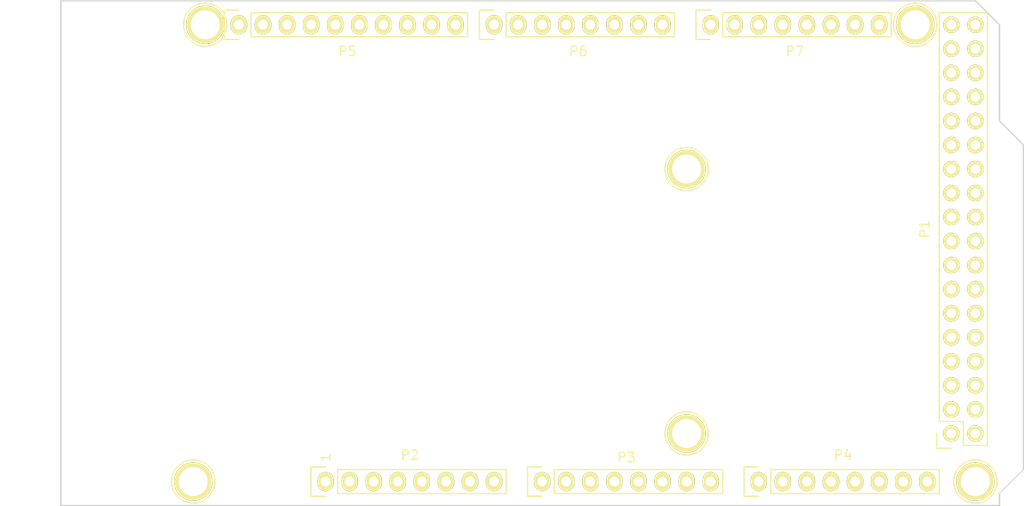
<source format=kicad_pcb>
(kicad_pcb (version 20221018) (generator pcbnew)
  (title_block (date "mar. 31 mars 2015"))
  (layers (0 "F.Cu" signal) (31 "B.Cu" signal) (34 "B.Paste" user) (35 "F.Paste" user) (36 "B.SilkS" user "B.Silkscreen") (37 "F.SilkS" user "F.Silkscreen") (38 "B.Mask" user) (39 "F.Mask" user) (44 "Edge.Cuts" user))
  (net 0 "")
  (net 1 "GND")
  (net 2 "/52(SCK)")
  (net 3 "/53(SS)")
  (net 4 "/50(MISO)")
  (net 5 "/51(MOSI)")
  (net 6 "/48")
  (net 7 "/49")
  (net 8 "/46")
  (net 9 "/47")
  (net 10 "/44")
  (net 11 "/45")
  (net 12 "/42")
  (net 13 "/43")
  (net 14 "/40")
  (net 15 "/41")
  (net 16 "/38")
  (net 17 "/39")
  (net 18 "/36")
  (net 19 "/37")
  (net 20 "/34")
  (net 21 "/35")
  (net 22 "/32")
  (net 23 "/33")
  (net 24 "/30")
  (net 25 "/31")
  (net 26 "/28")
  (net 27 "/29")
  (net 28 "/26")
  (net 29 "/27")
  (net 30 "/24")
  (net 31 "/25")
  (net 32 "/22")
  (net 33 "/23")
  (net 34 "+5V")
  (net 35 "/IOREF")
  (net 36 "/Reset")
  (net 37 "/Vin")
  (net 38 "/A0")
  (net 39 "/A1")
  (net 40 "/A2")
  (net 41 "/A3")
  (net 42 "/A4")
  (net 43 "/A5")
  (net 44 "/A6")
  (net 45 "/A7")
  (net 46 "/A8")
  (net 47 "/A9")
  (net 48 "/A10")
  (net 49 "/A11")
  (net 50 "/A12")
  (net 51 "/A13")
  (net 52 "/A14")
  (net 53 "/A15")
  (net 54 "/SCL")
  (net 55 "/SDA")
  (net 56 "/AREF")
  (net 57 "/13(**)")
  (net 58 "/12(**)")
  (net 59 "/11(**)")
  (net 60 "/10(**)")
  (net 61 "/9(**)")
  (net 62 "/8(**)")
  (net 63 "/7(**)")
  (net 64 "/6(**)")
  (net 65 "/5(**)")
  (net 66 "/4(**)")
  (net 67 "/3(**)")
  (net 68 "/2(**)")
  (net 69 "/20(SDA)")
  (net 70 "/21(SCL)")
  (net 71 "Net-(P8-Pad1)")
  (net 72 "Net-(P9-Pad1)")
  (net 73 "Net-(P10-Pad1)")
  (net 74 "Net-(P11-Pad1)")
  (net 75 "Net-(P12-Pad1)")
  (net 76 "Net-(P13-Pad1)")
  (net 77 "Net-(P2-Pad1)")
  (net 78 "+3V3")
  (net 79 "/1(Tx0)")
  (net 80 "/0(Rx0)")
  (net 81 "/14(Tx3)")
  (net 82 "/15(Rx3)")
  (net 83 "/16(Tx2)")
  (net 84 "/17(Rx2)")
  (net 85 "/18(Tx1)")
  (net 86 "/19(Rx1)")
  (footprint "Socket_Arduino_Mega:Socket_Strip_Arduino_2x18" (layer "F.Cu") (at 197.358 114.046 90)
    (fp_text reference "P1" (at 21.59 -2.794 90) (layer "F.SilkS"))
    (fp_text value "Digital")
    (fp_line (start -1.55 -1.55) (end -1.55 0) (stroke (width 0.15)) (layer "F.SilkS"))
    (fp_line (start -1.27 1.27) (end 1.27 1.27) (stroke (width 0.15)) (layer "F.SilkS"))
    (fp_line (start -1.27 3.81) (end -1.27 1.27) (stroke (width 0.15)) (layer "F.SilkS"))
    (fp_line (start -1.27 3.81) (end 44.45 3.81) (stroke (width 0.15)) (layer "F.SilkS"))
    (fp_line (start 0 -1.55) (end -1.55 -1.55) (stroke (width 0.15)) (layer "F.SilkS"))
    (fp_line (start 1.27 1.27) (end 1.27 -1.27) (stroke (width 0.15)) (layer "F.SilkS"))
    (fp_line (start 44.45 -1.27) (end 1.27 -1.27) (stroke (width 0.15)) (layer "F.SilkS"))
    (fp_line (start 44.45 3.81) (end 44.45 -1.27) (stroke (width 0.15)) (layer "F.SilkS"))
    (pad "1" thru_hole circle locked (at 0 0 90) (size 1.7272 1.7272) (drill 1.016) (layers "*.Cu" "*.Mask" "F.SilkS") (net 1 "GND"))
    (pad "2" thru_hole oval locked (at 0 2.54 90) (size 1.7272 1.7272) (drill 1.016) (layers "*.Cu" "*.Mask" "F.SilkS") (net 1 "GND"))
    (pad "3" thru_hole oval locked (at 2.54 0 90) (size 1.7272 1.7272) (drill 1.016) (layers "*.Cu" "*.Mask" "F.SilkS") (net 2 "/52(SCK)"))
    (pad "4" thru_hole oval locked (at 2.54 2.54 90) (size 1.7272 1.7272) (drill 1.016) (layers "*.Cu" "*.Mask" "F.SilkS") (net 3 "/53(SS)"))
    (pad "5" thru_hole oval locked (at 5.08 0 90) (size 1.7272 1.7272) (drill 1.016) (layers "*.Cu" "*.Mask" "F.SilkS") (net 4 "/50(MISO)"))
    (pad "6" thru_hole oval locked (at 5.08 2.54 90) (size 1.7272 1.7272) (drill 1.016) (layers "*.Cu" "*.Mask" "F.SilkS") (net 5 "/51(MOSI)"))
    (pad "7" thru_hole oval locked (at 7.62 0 90) (size 1.7272 1.7272) (drill 1.016) (layers "*.Cu" "*.Mask" "F.SilkS") (net 6 "/48"))
    (pad "8" thru_hole oval locked (at 7.62 2.54 90) (size 1.7272 1.7272) (drill 1.016) (layers "*.Cu" "*.Mask" "F.SilkS") (net 7 "/49"))
    (pad "9" thru_hole oval locked (at 10.16 0 90) (size 1.7272 1.7272) (drill 1.016) (layers "*.Cu" "*.Mask" "F.SilkS") (net 8 "/46"))
    (pad "10" thru_hole oval locked (at 10.16 2.54 90) (size 1.7272 1.7272) (drill 1.016) (layers "*.Cu" "*.Mask" "F.SilkS") (net 9 "/47"))
    (pad "11" thru_hole oval locked (at 12.7 0 90) (size 1.7272 1.7272) (drill 1.016) (layers "*.Cu" "*.Mask" "F.SilkS") (net 10 "/44"))
    (pad "12" thru_hole oval locked (at 12.7 2.54 90) (size 1.7272 1.7272) (drill 1.016) (layers "*.Cu" "*.Mask" "F.SilkS") (net 11 "/45"))
    (pad "13" thru_hole oval locked (at 15.24 0 90) (size 1.7272 1.7272) (drill 1.016) (layers "*.Cu" "*.Mask" "F.SilkS") (net 12 "/42"))
    (pad "14" thru_hole oval locked (at 15.24 2.54 90) (size 1.7272 1.7272) (drill 1.016) (layers "*.Cu" "*.Mask" "F.SilkS") (net 13 "/43"))
    (pad "15" thru_hole oval locked (at 17.78 0 90) (size 1.7272 1.7272) (drill 1.016) (layers "*.Cu" "*.Mask" "F.SilkS") (net 14 "/40"))
    (pad "16" thru_hole oval locked (at 17.78 2.54 90) (size 1.7272 1.7272) (drill 1.016) (layers "*.Cu" "*.Mask" "F.SilkS") (net 15 "/41"))
    (pad "17" thru_hole oval locked (at 20.32 0 90) (size 1.7272 1.7272) (drill 1.016) (layers "*.Cu" "*.Mask" "F.SilkS") (net 16 "/38"))
    (pad "18" thru_hole oval locked (at 20.32 2.54 90) (size 1.7272 1.7272) (drill 1.016) (layers "*.Cu" "*.Mask" "F.SilkS") (net 17 "/39"))
    (pad "19" thru_hole oval locked (at 22.86 0 90) (size 1.7272 1.7272) (drill 1.016) (layers "*.Cu" "*.Mask" "F.SilkS") (net 18 "/36"))
    (pad "20" thru_hole oval locked (at 22.86 2.54 90) (size 1.7272 1.7272) (drill 1.016) (layers "*.Cu" "*.Mask" "F.SilkS") (net 19 "/37"))
    (pad "21" thru_hole oval locked (at 25.4 0 90) (size 1.7272 1.7272) (drill 1.016) (layers "*.Cu" "*.Mask" "F.SilkS") (net 20 "/34"))
    (pad "22" thru_hole oval locked (at 25.4 2.54 90) (size 1.7272 1.7272) (drill 1.016) (layers "*.Cu" "*.Mask" "F.SilkS") (net 21 "/35"))
    (pad "23" thru_hole oval locked (at 27.94 0 90) (size 1.7272 1.7272) (drill 1.016) (layers "*.Cu" "*.Mask" "F.SilkS") (net 22 "/32"))
    (pad "24" thru_hole oval locked (at 27.94 2.54 90) (size 1.7272 1.7272) (drill 1.016) (layers "*.Cu" "*.Mask" "F.SilkS") (net 23 "/33"))
    (pad "25" thru_hole oval locked (at 30.48 0 90) (size 1.7272 1.7272) (drill 1.016) (layers "*.Cu" "*.Mask" "F.SilkS") (net 24 "/30"))
    (pad "26" thru_hole oval locked (at 30.48 2.54 90) (size 1.7272 1.7272) (drill 1.016) (layers "*.Cu" "*.Mask" "F.SilkS") (net 25 "/31"))
    (pad "27" thru_hole oval locked (at 33.02 0 90) (size 1.7272 1.7272) (drill 1.016) (layers "*.Cu" "*.Mask" "F.SilkS") (net 26 "/28"))
    (pad "28" thru_hole oval locked (at 33.02 2.54 90) (size 1.7272 1.7272) (drill 1.016) (layers "*.Cu" "*.Mask" "F.SilkS") (net 27 "/29"))
    (pad "29" thru_hole oval locked (at 35.56 0 90) (size 1.7272 1.7272) (drill 1.016) (layers "*.Cu" "*.Mask" "F.SilkS") (net 28 "/26"))
    (pad "30" thru_hole oval locked (at 35.56 2.54 90) (size 1.7272 1.7272) (drill 1.016) (layers "*.Cu" "*.Mask" "F.SilkS") (net 29 "/27"))
    (pad "31" thru_hole oval locked (at 38.1 0 90) (size 1.7272 1.7272) (drill 1.016) (layers "*.Cu" "*.Mask" "F.SilkS") (net 30 "/24"))
    (pad "32" thru_hole oval locked (at 38.1 2.54 90) (size 1.7272 1.7272) (drill 1.016) (layers "*.Cu" "*.Mask" "F.SilkS") (net 31 "/25"))
    (pad "33" thru_hole oval locked (at 40.64 0 90) (size 1.7272 1.7272) (drill 1.016) (layers "*.Cu" "*.Mask" "F.SilkS") (net 32 "/22"))
    (pad "34" thru_hole oval locked (at 40.64 2.54 90) (size 1.7272 1.7272) (drill 1.016) (layers "*.Cu" "*.Mask" "F.SilkS") (net 33 "/23"))
    (pad "35" thru_hole oval locked (at 43.18 0 90) (size 1.7272 1.7272) (drill 1.016) (layers "*.Cu" "*.Mask" "F.SilkS") (net 34 "+5V"))
    (pad "36" thru_hole oval locked (at 43.18 2.54 90) (size 1.7272 1.7272) (drill 1.016) (layers "*.Cu" "*.Mask" "F.SilkS") (net 34 "+5V"))
  )
  (footprint "Socket_Arduino_Mega:Socket_Strip_Arduino_1x08" (layer "F.Cu") (at 131.318 119.126)
    (fp_text reference "P2" (at 8.89 -2.794) (layer "F.SilkS"))
    (fp_text value "Power")
    (fp_line (start -1.55 -1.55) (end -1.55 1.55) (stroke (width 0.15)) (layer "F.SilkS"))
    (fp_line (start -1.55 1.55) (end 0 1.55) (stroke (width 0.15)) (layer "F.SilkS"))
    (fp_line (start 0 -1.55) (end -1.55 -1.55) (stroke (width 0.15)) (layer "F.SilkS"))
    (fp_line (start 1.27 1.27) (end 1.27 -1.27) (stroke (width 0.15)) (layer "F.SilkS"))
    (fp_line (start 1.27 1.27) (end 19.05 1.27) (stroke (width 0.15)) (layer "F.SilkS"))
    (fp_line (start 19.05 -1.27) (end 1.27 -1.27) (stroke (width 0.15)) (layer "F.SilkS"))
    (fp_line (start 19.05 1.27) (end 19.05 -1.27) (stroke (width 0.15)) (layer "F.SilkS"))
    (pad "1" thru_hole oval locked (at 0 0) (size 1.7272 2.032) (drill 1.016) (layers "*.Cu" "*.Mask" "F.SilkS") (net 77 "Net-(P2-Pad1)"))
    (pad "2" thru_hole oval locked (at 2.54 0) (size 1.7272 2.032) (drill 1.016) (layers "*.Cu" "*.Mask" "F.SilkS") (net 35 "/IOREF"))
    (pad "3" thru_hole oval locked (at 5.08 0) (size 1.7272 2.032) (drill 1.016) (layers "*.Cu" "*.Mask" "F.SilkS") (net 36 "/Reset"))
    (pad "4" thru_hole oval locked (at 7.62 0) (size 1.7272 2.032) (drill 1.016) (layers "*.Cu" "*.Mask" "F.SilkS") (net 78 "+3V3"))
    (pad "5" thru_hole oval locked (at 10.16 0) (size 1.7272 2.032) (drill 1.016) (layers "*.Cu" "*.Mask" "F.SilkS") (net 34 "+5V"))
    (pad "6" thru_hole oval locked (at 12.7 0) (size 1.7272 2.032) (drill 1.016) (layers "*.Cu" "*.Mask" "F.SilkS") (net 1 "GND"))
    (pad "7" thru_hole oval locked (at 15.24 0) (size 1.7272 2.032) (drill 1.016) (layers "*.Cu" "*.Mask" "F.SilkS") (net 1 "GND"))
    (pad "8" thru_hole oval locked (at 17.78 0) (size 1.7272 2.032) (drill 1.016) (layers "*.Cu" "*.Mask" "F.SilkS") (net 37 "/Vin"))
  )
  (footprint "Socket_Arduino_Mega:Socket_Strip_Arduino_1x08" (layer "F.Cu") (at 154.178 119.126)
    (fp_text reference "P3" (at 8.89 -2.54) (layer "F.SilkS"))
    (fp_text value "Analog")
    (fp_line (start -1.55 -1.55) (end -1.55 1.55) (stroke (width 0.15)) (layer "F.SilkS"))
    (fp_line (start -1.55 1.55) (end 0 1.55) (stroke (width 0.15)) (layer "F.SilkS"))
    (fp_line (start 0 -1.55) (end -1.55 -1.55) (stroke (width 0.15)) (layer "F.SilkS"))
    (fp_line (start 1.27 1.27) (end 1.27 -1.27) (stroke (width 0.15)) (layer "F.SilkS"))
    (fp_line (start 1.27 1.27) (end 19.05 1.27) (stroke (width 0.15)) (layer "F.SilkS"))
    (fp_line (start 19.05 -1.27) (end 1.27 -1.27) (stroke (width 0.15)) (layer "F.SilkS"))
    (fp_line (start 19.05 1.27) (end 19.05 -1.27) (stroke (width 0.15)) (layer "F.SilkS"))
    (pad "1" thru_hole oval locked (at 0 0) (size 1.7272 2.032) (drill 1.016) (layers "*.Cu" "*.Mask" "F.SilkS") (net 38 "/A0"))
    (pad "2" thru_hole oval locked (at 2.54 0) (size 1.7272 2.032) (drill 1.016) (layers "*.Cu" "*.Mask" "F.SilkS") (net 39 "/A1"))
    (pad "3" thru_hole oval locked (at 5.08 0) (size 1.7272 2.032) (drill 1.016) (layers "*.Cu" "*.Mask" "F.SilkS") (net 40 "/A2"))
    (pad "4" thru_hole oval locked (at 7.62 0) (size 1.7272 2.032) (drill 1.016) (layers "*.Cu" "*.Mask" "F.SilkS") (net 41 "/A3"))
    (pad "5" thru_hole oval locked (at 10.16 0) (size 1.7272 2.032) (drill 1.016) (layers "*.Cu" "*.Mask" "F.SilkS") (net 42 "/A4"))
    (pad "6" thru_hole oval locked (at 12.7 0) (size 1.7272 2.032) (drill 1.016) (layers "*.Cu" "*.Mask" "F.SilkS") (net 43 "/A5"))
    (pad "7" thru_hole oval locked (at 15.24 0) (size 1.7272 2.032) (drill 1.016) (layers "*.Cu" "*.Mask" "F.SilkS") (net 44 "/A6"))
    (pad "8" thru_hole oval locked (at 17.78 0) (size 1.7272 2.032) (drill 1.016) (layers "*.Cu" "*.Mask" "F.SilkS") (net 45 "/A7"))
  )
  (footprint "Socket_Arduino_Mega:Socket_Strip_Arduino_1x08" (layer "F.Cu") (at 177.038 119.126)
    (fp_text reference "P4" (at 8.89 -2.794) (layer "F.SilkS"))
    (fp_text value "Analog")
    (fp_line (start -1.55 -1.55) (end -1.55 1.55) (stroke (width 0.15)) (layer "F.SilkS"))
    (fp_line (start -1.55 1.55) (end 0 1.55) (stroke (width 0.15)) (layer "F.SilkS"))
    (fp_line (start 0 -1.55) (end -1.55 -1.55) (stroke (width 0.15)) (layer "F.SilkS"))
    (fp_line (start 1.27 1.27) (end 1.27 -1.27) (stroke (width 0.15)) (layer "F.SilkS"))
    (fp_line (start 1.27 1.27) (end 19.05 1.27) (stroke (width 0.15)) (layer "F.SilkS"))
    (fp_line (start 19.05 -1.27) (end 1.27 -1.27) (stroke (width 0.15)) (layer "F.SilkS"))
    (fp_line (start 19.05 1.27) (end 19.05 -1.27) (stroke (width 0.15)) (layer "F.SilkS"))
    (pad "1" thru_hole oval locked (at 0 0) (size 1.7272 2.032) (drill 1.016) (layers "*.Cu" "*.Mask" "F.SilkS") (net 46 "/A8"))
    (pad "2" thru_hole oval locked (at 2.54 0) (size 1.7272 2.032) (drill 1.016) (layers "*.Cu" "*.Mask" "F.SilkS") (net 47 "/A9"))
    (pad "3" thru_hole oval locked (at 5.08 0) (size 1.7272 2.032) (drill 1.016) (layers "*.Cu" "*.Mask" "F.SilkS") (net 48 "/A10"))
    (pad "4" thru_hole oval locked (at 7.62 0) (size 1.7272 2.032) (drill 1.016) (layers "*.Cu" "*.Mask" "F.SilkS") (net 49 "/A11"))
    (pad "5" thru_hole oval locked (at 10.16 0) (size 1.7272 2.032) (drill 1.016) (layers "*.Cu" "*.Mask" "F.SilkS") (net 50 "/A12"))
    (pad "6" thru_hole oval locked (at 12.7 0) (size 1.7272 2.032) (drill 1.016) (layers "*.Cu" "*.Mask" "F.SilkS") (net 51 "/A13"))
    (pad "7" thru_hole oval locked (at 15.24 0) (size 1.7272 2.032) (drill 1.016) (layers "*.Cu" "*.Mask" "F.SilkS") (net 52 "/A14"))
    (pad "8" thru_hole oval locked (at 17.78 0) (size 1.7272 2.032) (drill 1.016) (layers "*.Cu" "*.Mask" "F.SilkS") (net 53 "/A15"))
  )
  (footprint "Socket_Arduino_Mega:Socket_Strip_Arduino_1x10" (layer "F.Cu") (at 122.174 70.866)
    (fp_text reference "P5" (at 11.43 2.794) (layer "F.SilkS"))
    (fp_text value "PWM")
    (fp_line (start -1.55 -1.55) (end -1.55 1.55) (stroke (width 0.15)) (layer "F.SilkS"))
    (fp_line (start -1.55 1.55) (end 0 1.55) (stroke (width 0.15)) (layer "F.SilkS"))
    (fp_line (start 0 -1.55) (end -1.55 -1.55) (stroke (width 0.15)) (layer "F.SilkS"))
    (fp_line (start 1.27 1.27) (end 1.27 -1.27) (stroke (width 0.15)) (layer "F.SilkS"))
    (fp_line (start 1.27 1.27) (end 24.13 1.27) (stroke (width 0.15)) (layer "F.SilkS"))
    (fp_line (start 24.13 -1.27) (end 1.27 -1.27) (stroke (width 0.15)) (layer "F.SilkS"))
    (fp_line (start 24.13 1.27) (end 24.13 -1.27) (stroke (width 0.15)) (layer "F.SilkS"))
    (pad "1" thru_hole oval locked (at 0 0) (size 1.7272 2.032) (drill 1.016) (layers "*.Cu" "*.Mask" "F.SilkS") (net 54 "/SCL"))
    (pad "2" thru_hole oval locked (at 2.54 0) (size 1.7272 2.032) (drill 1.016) (layers "*.Cu" "*.Mask" "F.SilkS") (net 55 "/SDA"))
    (pad "3" thru_hole oval locked (at 5.08 0) (size 1.7272 2.032) (drill 1.016) (layers "*.Cu" "*.Mask" "F.SilkS") (net 56 "/AREF"))
    (pad "4" thru_hole oval locked (at 7.62 0) (size 1.7272 2.032) (drill 1.016) (layers "*.Cu" "*.Mask" "F.SilkS") (net 1 "GND"))
    (pad "5" thru_hole oval locked (at 10.16 0) (size 1.7272 2.032) (drill 1.016) (layers "*.Cu" "*.Mask" "F.SilkS") (net 57 "/13(**)"))
    (pad "6" thru_hole oval locked (at 12.7 0) (size 1.7272 2.032) (drill 1.016) (layers "*.Cu" "*.Mask" "F.SilkS") (net 58 "/12(**)"))
    (pad "7" thru_hole oval locked (at 15.24 0) (size 1.7272 2.032) (drill 1.016) (layers "*.Cu" "*.Mask" "F.SilkS") (net 59 "/11(**)"))
    (pad "8" thru_hole oval locked (at 17.78 0) (size 1.7272 2.032) (drill 1.016) (layers "*.Cu" "*.Mask" "F.SilkS") (net 60 "/10(**)"))
    (pad "9" thru_hole oval locked (at 20.32 0) (size 1.7272 2.032) (drill 1.016) (layers "*.Cu" "*.Mask" "F.SilkS") (net 61 "/9(**)"))
    (pad "10" thru_hole oval locked (at 22.86 0) (size 1.7272 2.032) (drill 1.016) (layers "*.Cu" "*.Mask" "F.SilkS") (net 62 "/8(**)"))
  )
  (footprint "Socket_Arduino_Mega:Socket_Strip_Arduino_1x08" (layer "F.Cu") (at 149.098 70.866)
    (fp_text reference "P6" (at 8.89 2.794) (layer "F.SilkS"))
    (fp_text value "PWM")
    (fp_line (start -1.55 -1.55) (end -1.55 1.55) (stroke (width 0.15)) (layer "F.SilkS"))
    (fp_line (start -1.55 1.55) (end 0 1.55) (stroke (width 0.15)) (layer "F.SilkS"))
    (fp_line (start 0 -1.55) (end -1.55 -1.55) (stroke (width 0.15)) (layer "F.SilkS"))
    (fp_line (start 1.27 1.27) (end 1.27 -1.27) (stroke (width 0.15)) (layer "F.SilkS"))
    (fp_line (start 1.27 1.27) (end 19.05 1.27) (stroke (width 0.15)) (layer "F.SilkS"))
    (fp_line (start 19.05 -1.27) (end 1.27 -1.27) (stroke (width 0.15)) (layer "F.SilkS"))
    (fp_line (start 19.05 1.27) (end 19.05 -1.27) (stroke (width 0.15)) (layer "F.SilkS"))
    (pad "1" thru_hole oval locked (at 0 0) (size 1.7272 2.032) (drill 1.016) (layers "*.Cu" "*.Mask" "F.SilkS") (net 63 "/7(**)"))
    (pad "2" thru_hole oval locked (at 2.54 0) (size 1.7272 2.032) (drill 1.016) (layers "*.Cu" "*.Mask" "F.SilkS") (net 64 "/6(**)"))
    (pad "3" thru_hole oval locked (at 5.08 0) (size 1.7272 2.032) (drill 1.016) (layers "*.Cu" "*.Mask" "F.SilkS") (net 65 "/5(**)"))
    (pad "4" thru_hole oval locked (at 7.62 0) (size 1.7272 2.032) (drill 1.016) (layers "*.Cu" "*.Mask" "F.SilkS") (net 66 "/4(**)"))
    (pad "5" thru_hole oval locked (at 10.16 0) (size 1.7272 2.032) (drill 1.016) (layers "*.Cu" "*.Mask" "F.SilkS") (net 67 "/3(**)"))
    (pad "6" thru_hole oval locked (at 12.7 0) (size 1.7272 2.032) (drill 1.016) (layers "*.Cu" "*.Mask" "F.SilkS") (net 68 "/2(**)"))
    (pad "7" thru_hole oval locked (at 15.24 0) (size 1.7272 2.032) (drill 1.016) (layers "*.Cu" "*.Mask" "F.SilkS") (net 79 "/1(Tx0)"))
    (pad "8" thru_hole oval locked (at 17.78 0) (size 1.7272 2.032) (drill 1.016) (layers "*.Cu" "*.Mask" "F.SilkS") (net 80 "/0(Rx0)"))
  )
  (footprint "Socket_Arduino_Mega:Socket_Strip_Arduino_1x08" (layer "F.Cu") (at 171.958 70.866)
    (fp_text reference "P7" (at 8.89 2.794) (layer "F.SilkS"))
    (fp_text value "Communication")
    (fp_line (start -1.55 -1.55) (end -1.55 1.55) (stroke (width 0.15)) (layer "F.SilkS"))
    (fp_line (start -1.55 1.55) (end 0 1.55) (stroke (width 0.15)) (layer "F.SilkS"))
    (fp_line (start 0 -1.55) (end -1.55 -1.55) (stroke (width 0.15)) (layer "F.SilkS"))
    (fp_line (start 1.27 1.27) (end 1.27 -1.27) (stroke (width 0.15)) (layer "F.SilkS"))
    (fp_line (start 1.27 1.27) (end 19.05 1.27) (stroke (width 0.15)) (layer "F.SilkS"))
    (fp_line (start 19.05 -1.27) (end 1.27 -1.27) (stroke (width 0.15)) (layer "F.SilkS"))
    (fp_line (start 19.05 1.27) (end 19.05 -1.27) (stroke (width 0.15)) (layer "F.SilkS"))
    (pad "1" thru_hole oval locked (at 0 0) (size 1.7272 2.032) (drill 1.016) (layers "*.Cu" "*.Mask" "F.SilkS") (net 81 "/14(Tx3)"))
    (pad "2" thru_hole oval locked (at 2.54 0) (size 1.7272 2.032) (drill 1.016) (layers "*.Cu" "*.Mask" "F.SilkS") (net 82 "/15(Rx3)"))
    (pad "3" thru_hole oval locked (at 5.08 0) (size 1.7272 2.032) (drill 1.016) (layers "*.Cu" "*.Mask" "F.SilkS") (net 83 "/16(Tx2)"))
    (pad "4" thru_hole oval locked (at 7.62 0) (size 1.7272 2.032) (drill 1.016) (layers "*.Cu" "*.Mask" "F.SilkS") (net 84 "/17(Rx2)"))
    (pad "5" thru_hole oval locked (at 10.16 0) (size 1.7272 2.032) (drill 1.016) (layers "*.Cu" "*.Mask" "F.SilkS") (net 85 "/18(Tx1)"))
    (pad "6" thru_hole oval locked (at 12.7 0) (size 1.7272 2.032) (drill 1.016) (layers "*.Cu" "*.Mask" "F.SilkS") (net 86 "/19(Rx1)"))
    (pad "7" thru_hole oval locked (at 15.24 0) (size 1.7272 2.032) (drill 1.016) (layers "*.Cu" "*.Mask" "F.SilkS") (net 69 "/20(SDA)"))
    (pad "8" thru_hole oval locked (at 17.78 0) (size 1.7272 2.032) (drill 1.016) (layers "*.Cu" "*.Mask" "F.SilkS") (net 70 "/21(SCL)"))
  )
  (footprint "Socket_Arduino_Mega:Arduino_1pin" (layer "F.Cu") (at 117.348 119.126)
    (fp_text reference "P8" hide)
    (fp_text value "CONN_01X01" hide)
    (fp_circle (center 0 0) (end 0 -2.286) (stroke (width 0.15)) (fill none) (layer "F.SilkS"))
    (pad "1" thru_hole circle locked (at 0 0) (size 4.064 4.064) (drill 3.048) (layers "*.Cu" "*.Mask" "F.SilkS") (net 71 "Net-(P8-Pad1)"))
  )
  (footprint "Socket_Arduino_Mega:Arduino_1pin" (layer "F.Cu") (at 169.418 114.046)
    (fp_text reference "P9" hide)
    (fp_text value "CONN_01X01" hide)
    (fp_circle (center 0 0) (end 0 -2.286) (stroke (width 0.15)) (fill none) (layer "F.SilkS"))
    (pad "1" thru_hole circle locked (at 0 0) (size 4.064 4.064) (drill 3.048) (layers "*.Cu" "*.Mask" "F.SilkS") (net 72 "Net-(P9-Pad1)"))
  )
  (footprint "Socket_Arduino_Mega:Arduino_1pin" (layer "F.Cu") (at 199.898 119.126)
    (fp_text reference "P10" hide)
    (fp_text value "CONN_01X01" hide)
    (fp_circle (center 0 0) (end 0 -2.286) (stroke (width 0.15)) (fill none) (layer "F.SilkS"))
    (pad "1" thru_hole circle locked (at 0 0) (size 4.064 4.064) (drill 3.048) (layers "*.Cu" "*.Mask" "F.SilkS") (net 73 "Net-(P10-Pad1)"))
  )
  (footprint "Socket_Arduino_Mega:Arduino_1pin" (layer "F.Cu") (at 118.618 70.866)
    (fp_text reference "P11" hide)
    (fp_text value "CONN_01X01" hide)
    (fp_circle (center 0 0) (end 0 -2.286) (stroke (width 0.15)) (fill none) (layer "F.SilkS"))
    (pad "1" thru_hole circle locked (at 0 0) (size 4.064 4.064) (drill 3.048) (layers "*.Cu" "*.Mask" "F.SilkS") (net 74 "Net-(P11-Pad1)"))
  )
  (footprint "Socket_Arduino_Mega:Arduino_1pin" (layer "F.Cu") (at 169.418 86.106)
    (fp_text reference "P12" hide)
    (fp_text value "CONN_01X01" hide)
    (fp_circle (center 0 0) (end 0 -2.286) (stroke (width 0.15)) (fill none) (layer "F.SilkS"))
    (pad "1" thru_hole circle locked (at 0 0) (size 4.064 4.064) (drill 3.048) (layers "*.Cu" "*.Mask" "F.SilkS") (net 75 "Net-(P12-Pad1)"))
  )
  (footprint "Socket_Arduino_Mega:Arduino_1pin" (layer "F.Cu") (at 193.548 70.866)
    (fp_text reference "P13" hide)
    (fp_text value "CONN_01X01" hide)
    (fp_circle (center 0 0) (end 0 -2.286) (stroke (width 0.15)) (fill none) (layer "F.SilkS"))
    (pad "1" thru_hole circle locked (at 0 0) (size 4.064 4.064) (drill 3.048) (layers "*.Cu" "*.Mask" "F.SilkS") (net 76 "Net-(P13-Pad1)"))
  )
  (gr_line (start 202.438 70.866) (end 202.438 81.026) (stroke (width 0.15)) (layer "Edge.Cuts"))
  (gr_line (start 204.978 117.856) (end 202.438 120.396) (stroke (width 0.15)) (layer "Edge.Cuts"))
  (gr_line (start 103.378 68.326) (end 199.898 68.326) (stroke (width 0.15)) (layer "Edge.Cuts"))
  (gr_line (start 202.438 121.666) (end 103.378 121.666) (stroke (width 0.15)) (layer "Edge.Cuts"))
  (gr_line (start 202.438 120.396) (end 202.438 121.666) (stroke (width 0.15)) (layer "Edge.Cuts"))
  (gr_line (start 199.898 68.326) (end 202.438 70.866) (stroke (width 0.15)) (layer "Edge.Cuts"))
  (gr_line (start 103.378 121.666) (end 103.378 68.326) (stroke (width 0.15)) (layer "Edge.Cuts"))
  (gr_line (start 204.978 83.566) (end 204.978 117.856) (stroke (width 0.15)) (layer "Edge.Cuts"))
  (gr_line (start 202.438 81.026) (end 204.978 83.566) (stroke (width 0.15)) (layer "Edge.Cuts"))
  (gr_text "1" (at 131.318 116.586 90) (layer "F.SilkS") (effects (font (size 1 1))))
)
</source>
